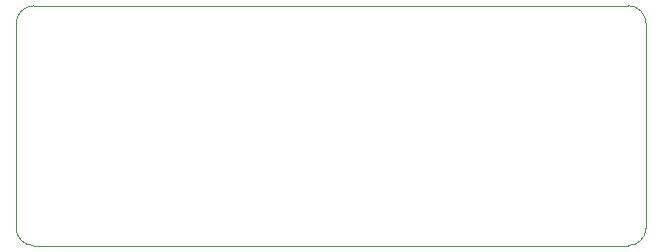
<source format=gbr>
G04 #@! TF.GenerationSoftware,KiCad,Pcbnew,(5.1.2-1)-1*
G04 #@! TF.CreationDate,2020-03-21T18:46:45+05:30*
G04 #@! TF.ProjectId,RedPill,52656450-696c-46c2-9e6b-696361645f70,rev?*
G04 #@! TF.SameCoordinates,Original*
G04 #@! TF.FileFunction,Profile,NP*
%FSLAX46Y46*%
G04 Gerber Fmt 4.6, Leading zero omitted, Abs format (unit mm)*
G04 Created by KiCad (PCBNEW (5.1.2-1)-1) date 2020-03-21 18:46:45*
%MOMM*%
%LPD*%
G04 APERTURE LIST*
%ADD10C,0.050000*%
G04 APERTURE END LIST*
D10*
X14224001Y-33019999D02*
G75*
G02X12700001Y-31496001I-15876J1508124D01*
G01*
X64516000Y-12700000D02*
G75*
G02X66040000Y-14224000I0J-1524000D01*
G01*
X12700000Y-14224000D02*
G75*
G02X14224000Y-12700000I1524000J0D01*
G01*
X66040000Y-31496000D02*
G75*
G02X64516000Y-33020000I-1524000J0D01*
G01*
X12700000Y-31496000D02*
X12700000Y-14224000D01*
X64516000Y-33020000D02*
X14224000Y-33020000D01*
X66040000Y-14224000D02*
X66040000Y-31496000D01*
X14224000Y-12700000D02*
X64516000Y-12700000D01*
M02*

</source>
